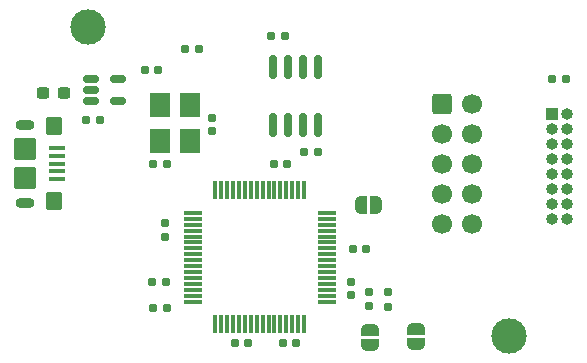
<source format=gbr>
%TF.GenerationSoftware,KiCad,Pcbnew,8.0.3*%
%TF.CreationDate,2024-07-22T14:40:56-07:00*%
%TF.ProjectId,USB_SPII2CK,5553425f-5350-4494-9932-434b2e6b6963,rev?*%
%TF.SameCoordinates,Original*%
%TF.FileFunction,Soldermask,Top*%
%TF.FilePolarity,Negative*%
%FSLAX46Y46*%
G04 Gerber Fmt 4.6, Leading zero omitted, Abs format (unit mm)*
G04 Created by KiCad (PCBNEW 8.0.3) date 2024-07-22 14:40:56*
%MOMM*%
%LPD*%
G01*
G04 APERTURE LIST*
G04 Aperture macros list*
%AMRoundRect*
0 Rectangle with rounded corners*
0 $1 Rounding radius*
0 $2 $3 $4 $5 $6 $7 $8 $9 X,Y pos of 4 corners*
0 Add a 4 corners polygon primitive as box body*
4,1,4,$2,$3,$4,$5,$6,$7,$8,$9,$2,$3,0*
0 Add four circle primitives for the rounded corners*
1,1,$1+$1,$2,$3*
1,1,$1+$1,$4,$5*
1,1,$1+$1,$6,$7*
1,1,$1+$1,$8,$9*
0 Add four rect primitives between the rounded corners*
20,1,$1+$1,$2,$3,$4,$5,0*
20,1,$1+$1,$4,$5,$6,$7,0*
20,1,$1+$1,$6,$7,$8,$9,0*
20,1,$1+$1,$8,$9,$2,$3,0*%
%AMFreePoly0*
4,1,19,0.500000,-0.750000,0.000000,-0.750000,0.000000,-0.744911,-0.071157,-0.744911,-0.207708,-0.704816,-0.327430,-0.627875,-0.420627,-0.520320,-0.479746,-0.390866,-0.500000,-0.250000,-0.500000,0.250000,-0.479746,0.390866,-0.420627,0.520320,-0.327430,0.627875,-0.207708,0.704816,-0.071157,0.744911,0.000000,0.744911,0.000000,0.750000,0.500000,0.750000,0.500000,-0.750000,0.500000,-0.750000,
$1*%
%AMFreePoly1*
4,1,19,0.000000,0.744911,0.071157,0.744911,0.207708,0.704816,0.327430,0.627875,0.420627,0.520320,0.479746,0.390866,0.500000,0.250000,0.500000,-0.250000,0.479746,-0.390866,0.420627,-0.520320,0.327430,-0.627875,0.207708,-0.704816,0.071157,-0.744911,0.000000,-0.744911,0.000000,-0.750000,-0.500000,-0.750000,-0.500000,0.750000,0.000000,0.750000,0.000000,0.744911,0.000000,0.744911,
$1*%
G04 Aperture macros list end*
%ADD10FreePoly0,90.000000*%
%ADD11FreePoly1,90.000000*%
%ADD12RoundRect,0.100000X-0.575000X0.100000X-0.575000X-0.100000X0.575000X-0.100000X0.575000X0.100000X0*%
%ADD13O,1.600000X0.900000*%
%ADD14RoundRect,0.250000X-0.450000X0.550000X-0.450000X-0.550000X0.450000X-0.550000X0.450000X0.550000X0*%
%ADD15RoundRect,0.250000X-0.700000X0.700000X-0.700000X-0.700000X0.700000X-0.700000X0.700000X0.700000X0*%
%ADD16RoundRect,0.155000X-0.212500X-0.155000X0.212500X-0.155000X0.212500X0.155000X-0.212500X0.155000X0*%
%ADD17RoundRect,0.155000X0.155000X-0.212500X0.155000X0.212500X-0.155000X0.212500X-0.155000X-0.212500X0*%
%ADD18RoundRect,0.150000X-0.512500X-0.150000X0.512500X-0.150000X0.512500X0.150000X-0.512500X0.150000X0*%
%ADD19RoundRect,0.150000X0.150000X-0.825000X0.150000X0.825000X-0.150000X0.825000X-0.150000X-0.825000X0*%
%ADD20RoundRect,0.160000X0.160000X-0.197500X0.160000X0.197500X-0.160000X0.197500X-0.160000X-0.197500X0*%
%ADD21RoundRect,0.160000X0.197500X0.160000X-0.197500X0.160000X-0.197500X-0.160000X0.197500X-0.160000X0*%
%ADD22RoundRect,0.250000X-0.600000X-0.600000X0.600000X-0.600000X0.600000X0.600000X-0.600000X0.600000X0*%
%ADD23C,1.700000*%
%ADD24RoundRect,0.160000X-0.197500X-0.160000X0.197500X-0.160000X0.197500X0.160000X-0.197500X0.160000X0*%
%ADD25RoundRect,0.155000X0.212500X0.155000X-0.212500X0.155000X-0.212500X-0.155000X0.212500X-0.155000X0*%
%ADD26R,1.000000X1.000000*%
%ADD27O,1.000000X1.000000*%
%ADD28FreePoly0,0.000000*%
%ADD29FreePoly1,0.000000*%
%ADD30RoundRect,0.075000X-0.700000X-0.075000X0.700000X-0.075000X0.700000X0.075000X-0.700000X0.075000X0*%
%ADD31RoundRect,0.075000X-0.075000X-0.700000X0.075000X-0.700000X0.075000X0.700000X-0.075000X0.700000X0*%
%ADD32R,1.800000X2.100000*%
%ADD33RoundRect,0.155000X-0.155000X0.212500X-0.155000X-0.212500X0.155000X-0.212500X0.155000X0.212500X0*%
%ADD34C,3.000000*%
%ADD35RoundRect,0.160000X-0.160000X0.197500X-0.160000X-0.197500X0.160000X-0.197500X0.160000X0.197500X0*%
%ADD36RoundRect,0.237500X-0.300000X-0.237500X0.300000X-0.237500X0.300000X0.237500X-0.300000X0.237500X0*%
G04 APERTURE END LIST*
D10*
%TO.C,J3*%
X153400000Y-113100000D03*
D11*
X153400000Y-111800000D03*
%TD*%
D12*
%TO.C,J4*%
X126875000Y-96400000D03*
X126875000Y-97050000D03*
X126875000Y-97700000D03*
X126875000Y-98350000D03*
X126875000Y-99000000D03*
D13*
X124200000Y-94400000D03*
D14*
X126650000Y-94500000D03*
D15*
X124200000Y-96500000D03*
X124200000Y-98900000D03*
D14*
X126650000Y-100900000D03*
D13*
X124200000Y-101000000D03*
%TD*%
D16*
%TO.C,C16*%
X145032500Y-86900000D03*
X146167500Y-86900000D03*
%TD*%
D17*
%TO.C,C2*%
X151800000Y-108835000D03*
X151800000Y-107700000D03*
%TD*%
D18*
%TO.C,U1*%
X129800000Y-90500000D03*
X129800000Y-91450000D03*
X129800000Y-92400000D03*
X132075000Y-92400000D03*
X132075000Y-90500000D03*
%TD*%
D19*
%TO.C,U3*%
X145190000Y-94450000D03*
X146460000Y-94450000D03*
X147730000Y-94450000D03*
X149000000Y-94450000D03*
X149000000Y-89500000D03*
X147730000Y-89500000D03*
X146460000Y-89500000D03*
X145190000Y-89500000D03*
%TD*%
D10*
%TO.C,J2*%
X157300000Y-113000000D03*
D11*
X157300000Y-111700000D03*
%TD*%
D20*
%TO.C,R4*%
X153300000Y-109797500D03*
X153300000Y-108602500D03*
%TD*%
D21*
%TO.C,R11*%
X148997500Y-96700000D03*
X147802500Y-96700000D03*
%TD*%
D22*
%TO.C,J1*%
X159500000Y-92640000D03*
D23*
X162040000Y-92640000D03*
X159500000Y-95180000D03*
X162040000Y-95180000D03*
X159500000Y-97720000D03*
X162040000Y-97720000D03*
X159500000Y-100260000D03*
X162040000Y-100260000D03*
X159500000Y-102800000D03*
X162040000Y-102800000D03*
%TD*%
D24*
%TO.C,R10*%
X168800000Y-90500000D03*
X169995000Y-90500000D03*
%TD*%
D25*
%TO.C,C4*%
X143067500Y-112900000D03*
X141932500Y-112900000D03*
%TD*%
D20*
%TO.C,R3*%
X154900000Y-109800000D03*
X154900000Y-108605000D03*
%TD*%
D25*
%TO.C,C6*%
X153067500Y-104900000D03*
X151932500Y-104900000D03*
%TD*%
D24*
%TO.C,R2*%
X129305000Y-94000000D03*
X130500000Y-94000000D03*
%TD*%
D26*
%TO.C,J6*%
X168830000Y-93520000D03*
D27*
X170100000Y-93520000D03*
X168830000Y-94790000D03*
X170100000Y-94790000D03*
X168830000Y-96060000D03*
X170100000Y-96060000D03*
X168830000Y-97330000D03*
X170100000Y-97330000D03*
X168830000Y-98600000D03*
X170100000Y-98600000D03*
X168830000Y-99870000D03*
X170100000Y-99870000D03*
X168830000Y-101140000D03*
X170100000Y-101140000D03*
X168830000Y-102410000D03*
X170100000Y-102410000D03*
%TD*%
D24*
%TO.C,R6*%
X135000000Y-109900000D03*
X136195000Y-109900000D03*
%TD*%
D28*
%TO.C,J5*%
X152600000Y-101200000D03*
D29*
X153900000Y-101200000D03*
%TD*%
D24*
%TO.C,R1*%
X137705000Y-88000000D03*
X138900000Y-88000000D03*
%TD*%
D30*
%TO.C,U2*%
X138375000Y-101875000D03*
X138375000Y-102375000D03*
X138375000Y-102875000D03*
X138375000Y-103375000D03*
X138375000Y-103875000D03*
X138375000Y-104375000D03*
X138375000Y-104875000D03*
X138375000Y-105375000D03*
X138375000Y-105875000D03*
X138375000Y-106375000D03*
X138375000Y-106875000D03*
X138375000Y-107375000D03*
X138375000Y-107875000D03*
X138375000Y-108375000D03*
X138375000Y-108875000D03*
X138375000Y-109375000D03*
D31*
X140300000Y-111300000D03*
X140800000Y-111300000D03*
X141300000Y-111300000D03*
X141800000Y-111300000D03*
X142300000Y-111300000D03*
X142800000Y-111300000D03*
X143300000Y-111300000D03*
X143800000Y-111300000D03*
X144300000Y-111300000D03*
X144800000Y-111300000D03*
X145300000Y-111300000D03*
X145800000Y-111300000D03*
X146300000Y-111300000D03*
X146800000Y-111300000D03*
X147300000Y-111300000D03*
X147800000Y-111300000D03*
D30*
X149725000Y-109375000D03*
X149725000Y-108875000D03*
X149725000Y-108375000D03*
X149725000Y-107875000D03*
X149725000Y-107375000D03*
X149725000Y-106875000D03*
X149725000Y-106375000D03*
X149725000Y-105875000D03*
X149725000Y-105375000D03*
X149725000Y-104875000D03*
X149725000Y-104375000D03*
X149725000Y-103875000D03*
X149725000Y-103375000D03*
X149725000Y-102875000D03*
X149725000Y-102375000D03*
X149725000Y-101875000D03*
D31*
X147800000Y-99950000D03*
X147300000Y-99950000D03*
X146800000Y-99950000D03*
X146300000Y-99950000D03*
X145800000Y-99950000D03*
X145300000Y-99950000D03*
X144800000Y-99950000D03*
X144300000Y-99950000D03*
X143800000Y-99950000D03*
X143300000Y-99950000D03*
X142800000Y-99950000D03*
X142300000Y-99950000D03*
X141800000Y-99950000D03*
X141300000Y-99950000D03*
X140800000Y-99950000D03*
X140300000Y-99950000D03*
%TD*%
D25*
%TO.C,C7*%
X146400000Y-97700000D03*
X145265000Y-97700000D03*
%TD*%
D32*
%TO.C,Y1*%
X138150000Y-95800000D03*
X138150000Y-92700000D03*
X135650000Y-92700000D03*
X135650000Y-95800000D03*
%TD*%
D25*
%TO.C,C15*%
X136100000Y-107700000D03*
X134965000Y-107700000D03*
%TD*%
D33*
%TO.C,C18*%
X140000000Y-93800000D03*
X140000000Y-94935000D03*
%TD*%
D34*
%TO.C,FID2*%
X165200000Y-112300000D03*
%TD*%
D35*
%TO.C,R5*%
X136000000Y-102705000D03*
X136000000Y-103900000D03*
%TD*%
D16*
%TO.C,C5*%
X146032500Y-112900000D03*
X147167500Y-112900000D03*
%TD*%
D36*
%TO.C,C10*%
X125737500Y-91700000D03*
X127462500Y-91700000D03*
%TD*%
D25*
%TO.C,C17*%
X136167500Y-97700000D03*
X135032500Y-97700000D03*
%TD*%
%TO.C,C11*%
X135467500Y-89800000D03*
X134332500Y-89800000D03*
%TD*%
D34*
%TO.C,FID1*%
X129500000Y-86100000D03*
%TD*%
M02*

</source>
